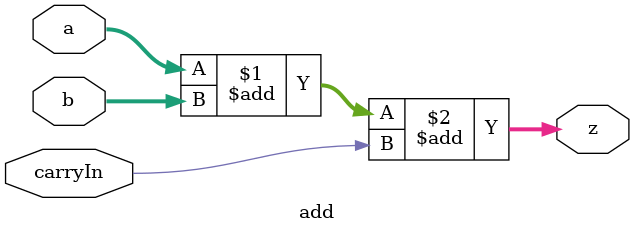
<source format=sv>
module add
#(
    parameter aBits = 8,
    parameter bBits = 8,
    parameter zBits = 9
)
(
    input logic [aBits-1:0] a,
    input logic [bBits-1:0] b,
    input logic carryIn,
    output logic [zBits-1:0] z
);

    assign z = a+b+carryIn;

endmodule
</source>
